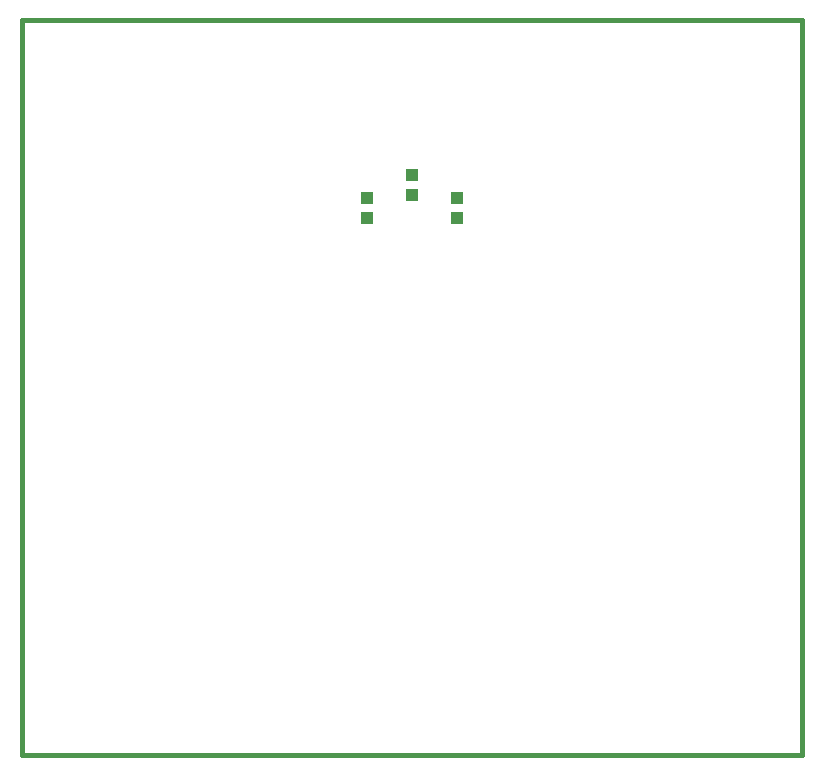
<source format=gtp>
G04 (created by PCBNEW-RS274X (2011-07-08)-stable) date Sun 02 Oct 2011 07:45:31 AM CEST*
G01*
G70*
G90*
%MOIN*%
G04 Gerber Fmt 3.4, Leading zero omitted, Abs format*
%FSLAX34Y34*%
G04 APERTURE LIST*
%ADD10C,0.006000*%
%ADD11C,0.015000*%
%ADD12R,0.043300X0.039300*%
G04 APERTURE END LIST*
G54D10*
G54D11*
X78500Y-35500D02*
X52500Y-35500D01*
X78500Y-11000D02*
X78500Y-35500D01*
X52500Y-11000D02*
X78500Y-11000D01*
X52500Y-35500D02*
X52500Y-11000D01*
G54D12*
X67000Y-17584D03*
X67000Y-16916D03*
X65500Y-16834D03*
X65500Y-16166D03*
X64000Y-17584D03*
X64000Y-16916D03*
M02*

</source>
